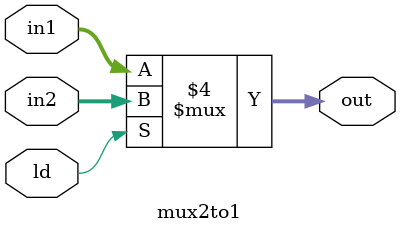
<source format=v>
`timescale 1ns / 1ps


module mux2to1(in1,
               in2,
               ld,
               out
    );
    
    input[63:0] in1,in2;
    input ld;
    output reg [63:0] out;
    always@(*)
    begin
    if(!ld)
        out = in1;
    else
        out = in2;
    end
endmodule

</source>
